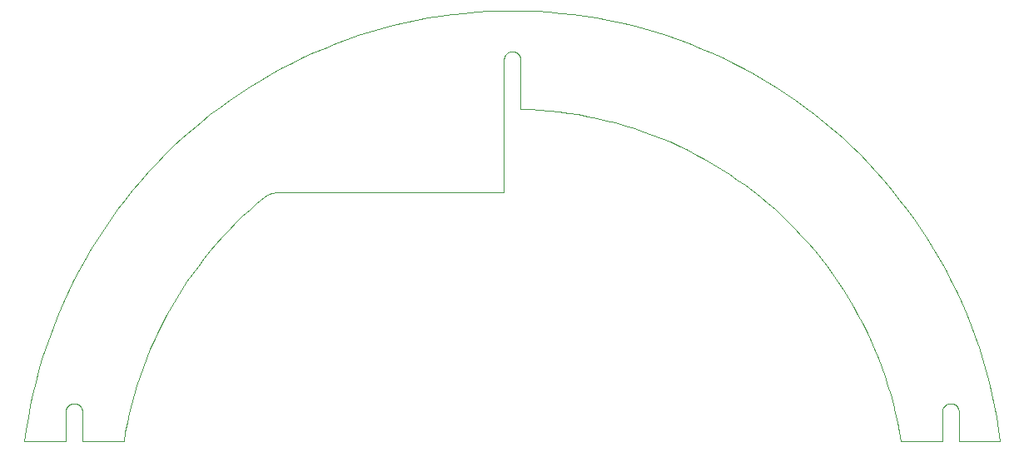
<source format=gko>
G04 EAGLE Gerber RS-274X export*
G75*
%MOMM*%
%FSLAX34Y34*%
%LPD*%
%INOutline_Milling*%
%IPPOS*%
%AMOC8*
5,1,8,0,0,1.08239X$1,22.5*%
G01*
%ADD10C,0.000000*%


D10*
X992282Y0D02*
X990613Y12144D01*
X988646Y24243D01*
X986384Y36290D01*
X983826Y48278D01*
X980976Y60200D01*
X977834Y72048D01*
X974403Y83816D01*
X970685Y95496D01*
X966681Y107081D01*
X962394Y118565D01*
X957827Y129940D01*
X952983Y141200D01*
X947864Y152338D01*
X942474Y163347D01*
X936815Y174220D01*
X930892Y184952D01*
X924707Y195535D01*
X918265Y205963D01*
X911569Y216230D01*
X904623Y226330D01*
X897432Y236257D01*
X890000Y246004D01*
X882331Y255567D01*
X874430Y264938D01*
X866301Y274113D01*
X857950Y283086D01*
X849382Y291851D01*
X840601Y300404D01*
X831613Y308739D01*
X822424Y316851D01*
X813039Y324736D01*
X803463Y332388D01*
X793702Y339803D01*
X783763Y346977D01*
X773650Y353904D01*
X763371Y360582D01*
X752932Y367006D01*
X742338Y373172D01*
X731596Y379076D01*
X720712Y384715D01*
X709694Y390086D01*
X698547Y395185D01*
X687278Y400009D01*
X675895Y404556D01*
X664404Y408822D01*
X652811Y412806D01*
X641125Y416503D01*
X629351Y419914D01*
X617497Y423034D01*
X605570Y425863D01*
X593578Y428399D01*
X581527Y430640D01*
X569424Y432585D01*
X557278Y434233D01*
X545095Y435583D01*
X532882Y436633D01*
X520647Y437384D01*
X508398Y437835D01*
X496141Y437985D01*
X483884Y437835D01*
X471635Y437384D01*
X459400Y436633D01*
X447187Y435583D01*
X435004Y434233D01*
X422858Y432585D01*
X410755Y430640D01*
X398704Y428399D01*
X386712Y425863D01*
X374785Y423034D01*
X362931Y419914D01*
X351157Y416503D01*
X339471Y412806D01*
X327878Y408822D01*
X316387Y404556D01*
X305004Y400009D01*
X293735Y395185D01*
X282588Y390086D01*
X271570Y384715D01*
X260686Y379076D01*
X249944Y373172D01*
X239350Y367006D01*
X228911Y360582D01*
X218632Y353904D01*
X208519Y346977D01*
X198580Y339803D01*
X188819Y332388D01*
X179243Y324736D01*
X169858Y316851D01*
X160669Y308739D01*
X151681Y300404D01*
X142900Y291851D01*
X134332Y283086D01*
X125981Y274113D01*
X117852Y264938D01*
X109951Y255567D01*
X102282Y246004D01*
X94850Y236257D01*
X87659Y226330D01*
X80713Y216230D01*
X74017Y205963D01*
X67575Y195535D01*
X61390Y184952D01*
X55467Y174220D01*
X49808Y163347D01*
X44418Y152338D01*
X39299Y141200D01*
X34455Y129940D01*
X29888Y118565D01*
X25601Y107081D01*
X21597Y95496D01*
X17879Y83816D01*
X14448Y72048D01*
X11306Y60200D01*
X8456Y48278D01*
X5898Y36290D01*
X3636Y24243D01*
X1669Y12144D01*
X0Y0D01*
X933295Y30000D02*
X933298Y30207D01*
X933305Y30414D01*
X933318Y30620D01*
X933335Y30827D01*
X933358Y31032D01*
X933386Y31238D01*
X933418Y31442D01*
X933456Y31646D01*
X933498Y31848D01*
X933546Y32050D01*
X933598Y32250D01*
X933655Y32449D01*
X933717Y32646D01*
X933784Y32842D01*
X933856Y33036D01*
X933932Y33229D01*
X934013Y33419D01*
X934099Y33608D01*
X934189Y33794D01*
X934283Y33978D01*
X934383Y34160D01*
X934486Y34339D01*
X934594Y34516D01*
X934706Y34690D01*
X934822Y34861D01*
X934943Y35030D01*
X935067Y35195D01*
X935196Y35357D01*
X935328Y35516D01*
X935464Y35672D01*
X935604Y35825D01*
X935748Y35974D01*
X935895Y36119D01*
X936046Y36261D01*
X936200Y36399D01*
X936358Y36534D01*
X936518Y36664D01*
X936682Y36790D01*
X936849Y36913D01*
X937019Y37031D01*
X937192Y37146D01*
X937367Y37256D01*
X937545Y37361D01*
X937726Y37463D01*
X937908Y37559D01*
X938094Y37652D01*
X938281Y37740D01*
X938471Y37823D01*
X938662Y37902D01*
X938855Y37976D01*
X939051Y38045D01*
X939247Y38109D01*
X939445Y38169D01*
X939645Y38224D01*
X939846Y38274D01*
X940048Y38319D01*
X940251Y38359D01*
X940455Y38394D01*
X940660Y38424D01*
X940865Y38449D01*
X941071Y38469D01*
X941278Y38484D01*
X941485Y38494D01*
X941692Y38499D01*
X941898Y38499D01*
X942105Y38494D01*
X942312Y38484D01*
X942519Y38469D01*
X942725Y38449D01*
X942930Y38424D01*
X943135Y38394D01*
X943339Y38359D01*
X943542Y38319D01*
X943744Y38274D01*
X943945Y38224D01*
X944145Y38169D01*
X944343Y38109D01*
X944539Y38045D01*
X944735Y37976D01*
X944928Y37902D01*
X945119Y37823D01*
X945309Y37740D01*
X945496Y37652D01*
X945682Y37559D01*
X945864Y37463D01*
X946045Y37361D01*
X946223Y37256D01*
X946398Y37146D01*
X946571Y37031D01*
X946741Y36913D01*
X946908Y36790D01*
X947072Y36664D01*
X947232Y36534D01*
X947390Y36399D01*
X947544Y36261D01*
X947695Y36119D01*
X947842Y35974D01*
X947986Y35825D01*
X948126Y35672D01*
X948262Y35516D01*
X948394Y35357D01*
X948523Y35195D01*
X948647Y35030D01*
X948768Y34861D01*
X948884Y34690D01*
X948996Y34516D01*
X949104Y34339D01*
X949207Y34160D01*
X949307Y33978D01*
X949401Y33794D01*
X949491Y33608D01*
X949577Y33419D01*
X949658Y33229D01*
X949734Y33036D01*
X949806Y32842D01*
X949873Y32646D01*
X949935Y32449D01*
X949992Y32250D01*
X950044Y32050D01*
X950092Y31848D01*
X950134Y31646D01*
X950172Y31442D01*
X950204Y31238D01*
X950232Y31032D01*
X950255Y30827D01*
X950272Y30620D01*
X950285Y30414D01*
X950292Y30207D01*
X950295Y30000D01*
X891307Y0D02*
X889674Y9644D01*
X887804Y19246D01*
X885701Y28799D01*
X883365Y38297D01*
X880797Y47736D01*
X877999Y57109D01*
X874972Y66411D01*
X871719Y75636D01*
X868242Y84778D01*
X864542Y93833D01*
X860621Y102795D01*
X856483Y111658D01*
X852129Y120418D01*
X847562Y129068D01*
X842785Y137604D01*
X837801Y146020D01*
X832612Y154313D01*
X827223Y162476D01*
X821635Y170504D01*
X815852Y178394D01*
X809879Y186140D01*
X803717Y193737D01*
X797372Y201182D01*
X790847Y208469D01*
X784145Y215594D01*
X777271Y222553D01*
X770229Y229342D01*
X763023Y235957D01*
X755658Y242394D01*
X748137Y248649D01*
X740466Y254718D01*
X732648Y260597D01*
X724689Y266284D01*
X716594Y271774D01*
X708366Y277065D01*
X700012Y282153D01*
X691536Y287035D01*
X682942Y291708D01*
X674238Y296170D01*
X665426Y300418D01*
X656514Y304449D01*
X647505Y308260D01*
X638406Y311851D01*
X629222Y315217D01*
X619958Y318358D01*
X610621Y321272D01*
X601215Y323956D01*
X591746Y326410D01*
X582219Y328631D01*
X572642Y330619D01*
X563018Y332372D01*
X553355Y333889D01*
X543657Y335170D01*
X533931Y336212D01*
X524183Y337017D01*
X514417Y337583D01*
X504641Y337910D01*
X504641Y388000D02*
X504638Y388207D01*
X504631Y388414D01*
X504618Y388620D01*
X504601Y388827D01*
X504578Y389032D01*
X504550Y389238D01*
X504518Y389442D01*
X504480Y389646D01*
X504438Y389848D01*
X504390Y390050D01*
X504338Y390250D01*
X504281Y390449D01*
X504219Y390646D01*
X504152Y390842D01*
X504080Y391036D01*
X504004Y391229D01*
X503923Y391419D01*
X503837Y391608D01*
X503747Y391794D01*
X503653Y391978D01*
X503553Y392160D01*
X503450Y392339D01*
X503342Y392516D01*
X503230Y392690D01*
X503114Y392861D01*
X502993Y393030D01*
X502869Y393195D01*
X502740Y393357D01*
X502608Y393516D01*
X502472Y393672D01*
X502332Y393825D01*
X502188Y393974D01*
X502041Y394119D01*
X501890Y394261D01*
X501736Y394399D01*
X501578Y394534D01*
X501418Y394664D01*
X501254Y394790D01*
X501087Y394913D01*
X500917Y395031D01*
X500744Y395146D01*
X500569Y395256D01*
X500391Y395361D01*
X500210Y395463D01*
X500028Y395559D01*
X499842Y395652D01*
X499655Y395740D01*
X499465Y395823D01*
X499274Y395902D01*
X499081Y395976D01*
X498885Y396045D01*
X498689Y396109D01*
X498491Y396169D01*
X498291Y396224D01*
X498090Y396274D01*
X497888Y396319D01*
X497685Y396359D01*
X497481Y396394D01*
X497276Y396424D01*
X497071Y396449D01*
X496865Y396469D01*
X496658Y396484D01*
X496451Y396494D01*
X496244Y396499D01*
X496038Y396499D01*
X495831Y396494D01*
X495624Y396484D01*
X495417Y396469D01*
X495211Y396449D01*
X495006Y396424D01*
X494801Y396394D01*
X494597Y396359D01*
X494394Y396319D01*
X494192Y396274D01*
X493991Y396224D01*
X493791Y396169D01*
X493593Y396109D01*
X493397Y396045D01*
X493201Y395976D01*
X493008Y395902D01*
X492817Y395823D01*
X492627Y395740D01*
X492440Y395652D01*
X492254Y395559D01*
X492072Y395463D01*
X491891Y395361D01*
X491713Y395256D01*
X491538Y395146D01*
X491365Y395031D01*
X491195Y394913D01*
X491028Y394790D01*
X490864Y394664D01*
X490704Y394534D01*
X490546Y394399D01*
X490392Y394261D01*
X490241Y394119D01*
X490094Y393974D01*
X489950Y393825D01*
X489810Y393672D01*
X489674Y393516D01*
X489542Y393357D01*
X489413Y393195D01*
X489289Y393030D01*
X489168Y392861D01*
X489052Y392690D01*
X488940Y392516D01*
X488832Y392339D01*
X488729Y392160D01*
X488629Y391978D01*
X488535Y391794D01*
X488445Y391608D01*
X488359Y391419D01*
X488278Y391229D01*
X488202Y391036D01*
X488130Y390842D01*
X488063Y390646D01*
X488001Y390449D01*
X487944Y390250D01*
X487892Y390050D01*
X487844Y389848D01*
X487802Y389646D01*
X487764Y389442D01*
X487732Y389238D01*
X487704Y389032D01*
X487681Y388827D01*
X487664Y388620D01*
X487651Y388414D01*
X487644Y388207D01*
X487641Y388000D01*
X256500Y252910D02*
X256012Y252904D01*
X255525Y252886D01*
X255039Y252857D01*
X254553Y252815D01*
X254068Y252762D01*
X253585Y252697D01*
X253104Y252620D01*
X252625Y252531D01*
X252148Y252431D01*
X251673Y252319D01*
X251202Y252196D01*
X250733Y252061D01*
X250269Y251915D01*
X249807Y251757D01*
X249350Y251589D01*
X248897Y251409D01*
X248448Y251218D01*
X248005Y251016D01*
X247566Y250804D01*
X247133Y250581D01*
X246705Y250347D01*
X246283Y250104D01*
X245867Y249850D01*
X245457Y249585D01*
X245054Y249311D01*
X244658Y249028D01*
X244268Y248734D01*
X243887Y248431D01*
X243887Y248432D02*
X236380Y242178D01*
X229028Y235743D01*
X221836Y229131D01*
X214807Y222344D01*
X207945Y215388D01*
X201256Y208267D01*
X194743Y200984D01*
X188410Y193544D01*
X182260Y185952D01*
X176298Y178212D01*
X170526Y170328D01*
X164949Y162306D01*
X159569Y154150D01*
X154390Y145865D01*
X149415Y137456D01*
X144647Y128928D01*
X140089Y120287D01*
X135743Y111536D01*
X131612Y102682D01*
X127698Y93729D01*
X124005Y84684D01*
X120533Y75551D01*
X117286Y66336D01*
X114265Y57044D01*
X111471Y47682D01*
X108908Y38254D01*
X106575Y28766D01*
X104474Y19224D01*
X102608Y9634D01*
X100976Y0D01*
X58988Y30000D02*
X58985Y30207D01*
X58978Y30414D01*
X58965Y30620D01*
X58948Y30827D01*
X58925Y31032D01*
X58897Y31238D01*
X58865Y31442D01*
X58827Y31646D01*
X58785Y31848D01*
X58737Y32050D01*
X58685Y32250D01*
X58628Y32449D01*
X58566Y32646D01*
X58499Y32842D01*
X58427Y33036D01*
X58351Y33229D01*
X58270Y33419D01*
X58184Y33608D01*
X58094Y33794D01*
X58000Y33978D01*
X57900Y34160D01*
X57797Y34339D01*
X57689Y34516D01*
X57577Y34690D01*
X57461Y34861D01*
X57340Y35030D01*
X57216Y35195D01*
X57087Y35357D01*
X56955Y35516D01*
X56819Y35672D01*
X56679Y35825D01*
X56535Y35974D01*
X56388Y36119D01*
X56237Y36261D01*
X56083Y36399D01*
X55925Y36534D01*
X55765Y36664D01*
X55601Y36790D01*
X55434Y36913D01*
X55264Y37031D01*
X55091Y37146D01*
X54916Y37256D01*
X54738Y37361D01*
X54557Y37463D01*
X54375Y37559D01*
X54189Y37652D01*
X54002Y37740D01*
X53812Y37823D01*
X53621Y37902D01*
X53428Y37976D01*
X53232Y38045D01*
X53036Y38109D01*
X52838Y38169D01*
X52638Y38224D01*
X52437Y38274D01*
X52235Y38319D01*
X52032Y38359D01*
X51828Y38394D01*
X51623Y38424D01*
X51418Y38449D01*
X51212Y38469D01*
X51005Y38484D01*
X50798Y38494D01*
X50591Y38499D01*
X50385Y38499D01*
X50178Y38494D01*
X49971Y38484D01*
X49764Y38469D01*
X49558Y38449D01*
X49353Y38424D01*
X49148Y38394D01*
X48944Y38359D01*
X48741Y38319D01*
X48539Y38274D01*
X48338Y38224D01*
X48138Y38169D01*
X47940Y38109D01*
X47744Y38045D01*
X47548Y37976D01*
X47355Y37902D01*
X47164Y37823D01*
X46974Y37740D01*
X46787Y37652D01*
X46601Y37559D01*
X46419Y37463D01*
X46238Y37361D01*
X46060Y37256D01*
X45885Y37146D01*
X45712Y37031D01*
X45542Y36913D01*
X45375Y36790D01*
X45211Y36664D01*
X45051Y36534D01*
X44893Y36399D01*
X44739Y36261D01*
X44588Y36119D01*
X44441Y35974D01*
X44297Y35825D01*
X44157Y35672D01*
X44021Y35516D01*
X43889Y35357D01*
X43760Y35195D01*
X43636Y35030D01*
X43515Y34861D01*
X43399Y34690D01*
X43287Y34516D01*
X43179Y34339D01*
X43076Y34160D01*
X42976Y33978D01*
X42882Y33794D01*
X42792Y33608D01*
X42706Y33419D01*
X42625Y33229D01*
X42549Y33036D01*
X42477Y32842D01*
X42410Y32646D01*
X42348Y32449D01*
X42291Y32250D01*
X42239Y32050D01*
X42191Y31848D01*
X42149Y31646D01*
X42111Y31442D01*
X42079Y31238D01*
X42051Y31032D01*
X42028Y30827D01*
X42011Y30620D01*
X41998Y30414D01*
X41991Y30207D01*
X41988Y30000D01*
X950295Y0D02*
X992282Y0D01*
X990613Y12144D01*
X988646Y24243D01*
X986384Y36290D01*
X983826Y48278D01*
X980976Y60200D01*
X977834Y72048D01*
X974403Y83816D01*
X970685Y95496D01*
X966681Y107081D01*
X962394Y118565D01*
X957827Y129940D01*
X952983Y141200D01*
X947864Y152338D01*
X942474Y163347D01*
X936815Y174220D01*
X930892Y184952D01*
X924707Y195535D01*
X918265Y205963D01*
X911569Y216230D01*
X904623Y226330D01*
X897432Y236257D01*
X890000Y246004D01*
X882331Y255567D01*
X874430Y264938D01*
X866301Y274113D01*
X857950Y283086D01*
X849382Y291851D01*
X840601Y300404D01*
X831613Y308739D01*
X822424Y316851D01*
X813039Y324736D01*
X803463Y332388D01*
X793702Y339803D01*
X783763Y346977D01*
X773650Y353904D01*
X763371Y360582D01*
X752932Y367006D01*
X742338Y373172D01*
X731596Y379076D01*
X720712Y384715D01*
X709694Y390086D01*
X698547Y395185D01*
X687278Y400009D01*
X675895Y404556D01*
X664404Y408822D01*
X652811Y412806D01*
X641125Y416503D01*
X629351Y419914D01*
X617497Y423034D01*
X605570Y425863D01*
X593578Y428399D01*
X581527Y430640D01*
X569424Y432585D01*
X557278Y434233D01*
X545095Y435583D01*
X532882Y436633D01*
X520647Y437384D01*
X508398Y437835D01*
X496141Y437985D01*
X483884Y437835D01*
X471635Y437384D01*
X459400Y436633D01*
X447187Y435583D01*
X435004Y434233D01*
X422858Y432585D01*
X410755Y430640D01*
X398704Y428399D01*
X386712Y425863D01*
X374785Y423034D01*
X362931Y419914D01*
X351157Y416503D01*
X339471Y412806D01*
X327878Y408822D01*
X316387Y404556D01*
X305004Y400009D01*
X293735Y395185D01*
X282588Y390086D01*
X271570Y384715D01*
X260686Y379076D01*
X249944Y373172D01*
X239350Y367006D01*
X228911Y360582D01*
X218632Y353904D01*
X208519Y346977D01*
X198580Y339803D01*
X188819Y332388D01*
X179243Y324736D01*
X169858Y316851D01*
X160669Y308739D01*
X151681Y300404D01*
X142900Y291851D01*
X134332Y283086D01*
X125981Y274113D01*
X117852Y264938D01*
X109951Y255567D01*
X102282Y246004D01*
X94850Y236257D01*
X87659Y226330D01*
X80713Y216230D01*
X74017Y205963D01*
X67575Y195535D01*
X61390Y184952D01*
X55467Y174220D01*
X49808Y163347D01*
X44418Y152338D01*
X39299Y141200D01*
X34455Y129940D01*
X29888Y118565D01*
X25601Y107081D01*
X21597Y95496D01*
X17879Y83816D01*
X14448Y72048D01*
X11306Y60200D01*
X8456Y48278D01*
X5898Y36290D01*
X3636Y24243D01*
X1669Y12144D01*
X0Y0D01*
X41988Y0D01*
X41988Y30000D01*
X41991Y30207D01*
X41998Y30414D01*
X42011Y30620D01*
X42028Y30827D01*
X42051Y31032D01*
X42079Y31238D01*
X42111Y31442D01*
X42149Y31646D01*
X42191Y31848D01*
X42239Y32050D01*
X42291Y32250D01*
X42348Y32449D01*
X42410Y32646D01*
X42477Y32842D01*
X42549Y33036D01*
X42625Y33229D01*
X42706Y33419D01*
X42792Y33608D01*
X42882Y33794D01*
X42976Y33978D01*
X43076Y34160D01*
X43179Y34339D01*
X43287Y34516D01*
X43399Y34690D01*
X43515Y34861D01*
X43636Y35030D01*
X43760Y35195D01*
X43889Y35357D01*
X44021Y35516D01*
X44157Y35672D01*
X44297Y35825D01*
X44441Y35974D01*
X44588Y36119D01*
X44739Y36261D01*
X44893Y36399D01*
X45051Y36534D01*
X45211Y36664D01*
X45375Y36790D01*
X45542Y36913D01*
X45712Y37031D01*
X45885Y37146D01*
X46060Y37256D01*
X46238Y37361D01*
X46419Y37463D01*
X46601Y37559D01*
X46787Y37652D01*
X46974Y37740D01*
X47164Y37823D01*
X47355Y37902D01*
X47548Y37976D01*
X47744Y38045D01*
X47940Y38109D01*
X48138Y38169D01*
X48338Y38224D01*
X48539Y38274D01*
X48741Y38319D01*
X48944Y38359D01*
X49148Y38394D01*
X49353Y38424D01*
X49558Y38449D01*
X49764Y38469D01*
X49971Y38484D01*
X50178Y38494D01*
X50385Y38499D01*
X50591Y38499D01*
X50798Y38494D01*
X51005Y38484D01*
X51212Y38469D01*
X51418Y38449D01*
X51623Y38424D01*
X51828Y38394D01*
X52032Y38359D01*
X52235Y38319D01*
X52437Y38274D01*
X52638Y38224D01*
X52838Y38169D01*
X53036Y38109D01*
X53232Y38045D01*
X53428Y37976D01*
X53621Y37902D01*
X53812Y37823D01*
X54002Y37740D01*
X54189Y37652D01*
X54375Y37559D01*
X54557Y37463D01*
X54738Y37361D01*
X54916Y37256D01*
X55091Y37146D01*
X55264Y37031D01*
X55434Y36913D01*
X55601Y36790D01*
X55765Y36664D01*
X55925Y36534D01*
X56083Y36399D01*
X56237Y36261D01*
X56388Y36119D01*
X56535Y35974D01*
X56679Y35825D01*
X56819Y35672D01*
X56955Y35516D01*
X57087Y35357D01*
X57216Y35195D01*
X57340Y35030D01*
X57461Y34861D01*
X57577Y34690D01*
X57689Y34516D01*
X57797Y34339D01*
X57900Y34160D01*
X58000Y33978D01*
X58094Y33794D01*
X58184Y33608D01*
X58270Y33419D01*
X58351Y33229D01*
X58427Y33036D01*
X58499Y32842D01*
X58566Y32646D01*
X58628Y32449D01*
X58685Y32250D01*
X58737Y32050D01*
X58785Y31848D01*
X58827Y31646D01*
X58865Y31442D01*
X58897Y31238D01*
X58925Y31032D01*
X58948Y30827D01*
X58965Y30620D01*
X58978Y30414D01*
X58985Y30207D01*
X58988Y30000D01*
X58988Y0D01*
X100975Y0D01*
X100976Y0D02*
X102608Y9634D01*
X104474Y19224D01*
X106575Y28766D01*
X108908Y38254D01*
X111471Y47682D01*
X114265Y57044D01*
X117286Y66336D01*
X120533Y75551D01*
X124005Y84684D01*
X127698Y93729D01*
X131612Y102682D01*
X135743Y111536D01*
X140089Y120287D01*
X144647Y128928D01*
X149415Y137456D01*
X154390Y145865D01*
X159569Y154150D01*
X164949Y162306D01*
X170526Y170328D01*
X176298Y178212D01*
X182260Y185952D01*
X188410Y193544D01*
X194743Y200984D01*
X201256Y208267D01*
X207945Y215388D01*
X214807Y222344D01*
X221836Y229131D01*
X229028Y235743D01*
X236380Y242178D01*
X243887Y248432D01*
X243887Y248431D02*
X244268Y248734D01*
X244658Y249028D01*
X245054Y249311D01*
X245457Y249585D01*
X245867Y249850D01*
X246283Y250104D01*
X246705Y250347D01*
X247133Y250581D01*
X247566Y250804D01*
X248005Y251016D01*
X248448Y251218D01*
X248897Y251409D01*
X249350Y251589D01*
X249807Y251757D01*
X250269Y251915D01*
X250733Y252061D01*
X251202Y252196D01*
X251673Y252319D01*
X252148Y252431D01*
X252625Y252531D01*
X253104Y252620D01*
X253585Y252697D01*
X254068Y252762D01*
X254553Y252815D01*
X255039Y252857D01*
X255525Y252886D01*
X256012Y252904D01*
X256500Y252910D01*
X487641Y252910D01*
X487641Y388000D01*
X487644Y388207D01*
X487651Y388414D01*
X487664Y388620D01*
X487681Y388827D01*
X487704Y389032D01*
X487732Y389238D01*
X487764Y389442D01*
X487802Y389646D01*
X487844Y389848D01*
X487892Y390050D01*
X487944Y390250D01*
X488001Y390449D01*
X488063Y390646D01*
X488130Y390842D01*
X488202Y391036D01*
X488278Y391229D01*
X488359Y391419D01*
X488445Y391608D01*
X488535Y391794D01*
X488629Y391978D01*
X488729Y392160D01*
X488832Y392339D01*
X488940Y392516D01*
X489052Y392690D01*
X489168Y392861D01*
X489289Y393030D01*
X489413Y393195D01*
X489542Y393357D01*
X489674Y393516D01*
X489810Y393672D01*
X489950Y393825D01*
X490094Y393974D01*
X490241Y394119D01*
X490392Y394261D01*
X490546Y394399D01*
X490704Y394534D01*
X490864Y394664D01*
X491028Y394790D01*
X491195Y394913D01*
X491365Y395031D01*
X491538Y395146D01*
X491713Y395256D01*
X491891Y395361D01*
X492072Y395463D01*
X492254Y395559D01*
X492440Y395652D01*
X492627Y395740D01*
X492817Y395823D01*
X493008Y395902D01*
X493201Y395976D01*
X493397Y396045D01*
X493593Y396109D01*
X493791Y396169D01*
X493991Y396224D01*
X494192Y396274D01*
X494394Y396319D01*
X494597Y396359D01*
X494801Y396394D01*
X495006Y396424D01*
X495211Y396449D01*
X495417Y396469D01*
X495624Y396484D01*
X495831Y396494D01*
X496038Y396499D01*
X496244Y396499D01*
X496451Y396494D01*
X496658Y396484D01*
X496865Y396469D01*
X497071Y396449D01*
X497276Y396424D01*
X497481Y396394D01*
X497685Y396359D01*
X497888Y396319D01*
X498090Y396274D01*
X498291Y396224D01*
X498491Y396169D01*
X498689Y396109D01*
X498885Y396045D01*
X499081Y395976D01*
X499274Y395902D01*
X499465Y395823D01*
X499655Y395740D01*
X499842Y395652D01*
X500028Y395559D01*
X500210Y395463D01*
X500391Y395361D01*
X500569Y395256D01*
X500744Y395146D01*
X500917Y395031D01*
X501087Y394913D01*
X501254Y394790D01*
X501418Y394664D01*
X501578Y394534D01*
X501736Y394399D01*
X501890Y394261D01*
X502041Y394119D01*
X502188Y393974D01*
X502332Y393825D01*
X502472Y393672D01*
X502608Y393516D01*
X502740Y393357D01*
X502869Y393195D01*
X502993Y393030D01*
X503114Y392861D01*
X503230Y392690D01*
X503342Y392516D01*
X503450Y392339D01*
X503553Y392160D01*
X503653Y391978D01*
X503747Y391794D01*
X503837Y391608D01*
X503923Y391419D01*
X504004Y391229D01*
X504080Y391036D01*
X504152Y390842D01*
X504219Y390646D01*
X504281Y390449D01*
X504338Y390250D01*
X504390Y390050D01*
X504438Y389848D01*
X504480Y389646D01*
X504518Y389442D01*
X504550Y389238D01*
X504578Y389032D01*
X504601Y388827D01*
X504618Y388620D01*
X504631Y388414D01*
X504638Y388207D01*
X504641Y388000D01*
X504641Y337910D01*
X514417Y337583D01*
X524183Y337017D01*
X533931Y336212D01*
X543657Y335170D01*
X553355Y333889D01*
X563018Y332372D01*
X572642Y330619D01*
X582219Y328631D01*
X591746Y326410D01*
X601215Y323956D01*
X610621Y321272D01*
X619958Y318358D01*
X629222Y315217D01*
X638406Y311851D01*
X647505Y308260D01*
X656514Y304449D01*
X665426Y300418D01*
X674238Y296170D01*
X682942Y291708D01*
X691536Y287035D01*
X700012Y282153D01*
X708366Y277065D01*
X716594Y271774D01*
X724689Y266284D01*
X732648Y260597D01*
X740466Y254718D01*
X748137Y248649D01*
X755658Y242394D01*
X763023Y235957D01*
X770229Y229342D01*
X777271Y222553D01*
X784145Y215594D01*
X790847Y208469D01*
X797372Y201182D01*
X803717Y193737D01*
X809879Y186140D01*
X815852Y178394D01*
X821635Y170504D01*
X827223Y162476D01*
X832612Y154313D01*
X837801Y146020D01*
X842785Y137604D01*
X847562Y129068D01*
X852129Y120418D01*
X856483Y111658D01*
X860621Y102795D01*
X864542Y93833D01*
X868242Y84778D01*
X871719Y75636D01*
X874972Y66411D01*
X877999Y57109D01*
X880797Y47736D01*
X883365Y38297D01*
X885701Y28799D01*
X887804Y19246D01*
X889674Y9644D01*
X891307Y0D01*
X933295Y0D01*
X933295Y30000D01*
X933298Y30207D01*
X933305Y30414D01*
X933318Y30620D01*
X933335Y30827D01*
X933358Y31032D01*
X933386Y31238D01*
X933418Y31442D01*
X933456Y31646D01*
X933498Y31848D01*
X933546Y32050D01*
X933598Y32250D01*
X933655Y32449D01*
X933717Y32646D01*
X933784Y32842D01*
X933856Y33036D01*
X933932Y33229D01*
X934013Y33419D01*
X934099Y33608D01*
X934189Y33794D01*
X934283Y33978D01*
X934383Y34160D01*
X934486Y34339D01*
X934594Y34516D01*
X934706Y34690D01*
X934822Y34861D01*
X934943Y35030D01*
X935067Y35195D01*
X935196Y35357D01*
X935328Y35516D01*
X935464Y35672D01*
X935604Y35825D01*
X935748Y35974D01*
X935895Y36119D01*
X936046Y36261D01*
X936200Y36399D01*
X936358Y36534D01*
X936518Y36664D01*
X936682Y36790D01*
X936849Y36913D01*
X937019Y37031D01*
X937192Y37146D01*
X937367Y37256D01*
X937545Y37361D01*
X937726Y37463D01*
X937908Y37559D01*
X938094Y37652D01*
X938281Y37740D01*
X938471Y37823D01*
X938662Y37902D01*
X938855Y37976D01*
X939051Y38045D01*
X939247Y38109D01*
X939445Y38169D01*
X939645Y38224D01*
X939846Y38274D01*
X940048Y38319D01*
X940251Y38359D01*
X940455Y38394D01*
X940660Y38424D01*
X940865Y38449D01*
X941071Y38469D01*
X941278Y38484D01*
X941485Y38494D01*
X941692Y38499D01*
X941898Y38499D01*
X942105Y38494D01*
X942312Y38484D01*
X942519Y38469D01*
X942725Y38449D01*
X942930Y38424D01*
X943135Y38394D01*
X943339Y38359D01*
X943542Y38319D01*
X943744Y38274D01*
X943945Y38224D01*
X944145Y38169D01*
X944343Y38109D01*
X944539Y38045D01*
X944735Y37976D01*
X944928Y37902D01*
X945119Y37823D01*
X945309Y37740D01*
X945496Y37652D01*
X945682Y37559D01*
X945864Y37463D01*
X946045Y37361D01*
X946223Y37256D01*
X946398Y37146D01*
X946571Y37031D01*
X946741Y36913D01*
X946908Y36790D01*
X947072Y36664D01*
X947232Y36534D01*
X947390Y36399D01*
X947544Y36261D01*
X947695Y36119D01*
X947842Y35974D01*
X947986Y35825D01*
X948126Y35672D01*
X948262Y35516D01*
X948394Y35357D01*
X948523Y35195D01*
X948647Y35030D01*
X948768Y34861D01*
X948884Y34690D01*
X948996Y34516D01*
X949104Y34339D01*
X949207Y34160D01*
X949307Y33978D01*
X949401Y33794D01*
X949491Y33608D01*
X949577Y33419D01*
X949658Y33229D01*
X949734Y33036D01*
X949806Y32842D01*
X949873Y32646D01*
X949935Y32449D01*
X949992Y32250D01*
X950044Y32050D01*
X950092Y31848D01*
X950134Y31646D01*
X950172Y31442D01*
X950204Y31238D01*
X950232Y31032D01*
X950255Y30827D01*
X950272Y30620D01*
X950285Y30414D01*
X950292Y30207D01*
X950295Y30000D01*
X950295Y0D01*
M02*

</source>
